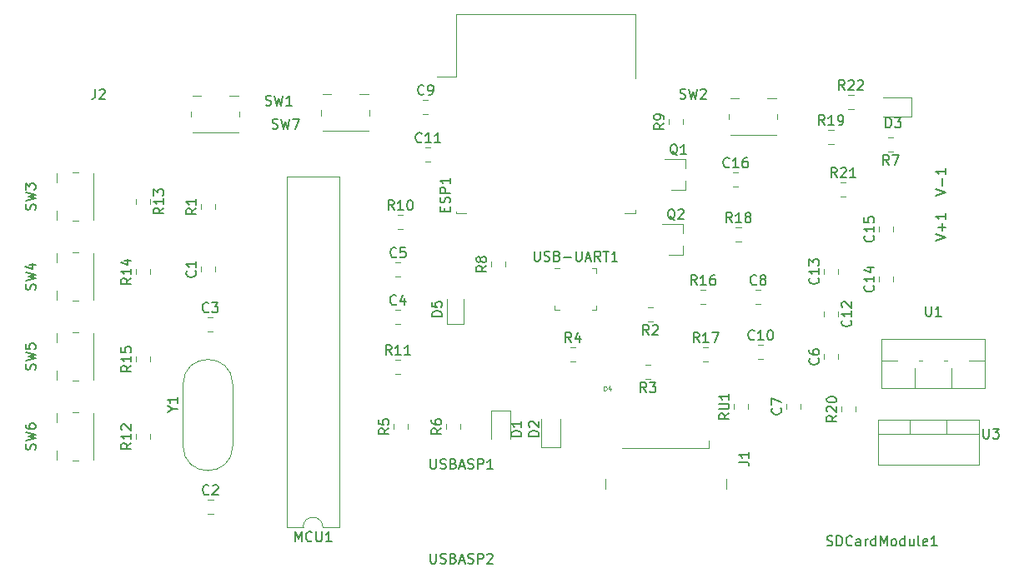
<source format=gto>
%TF.GenerationSoftware,KiCad,Pcbnew,(5.1.6)-1*%
%TF.CreationDate,2020-08-17T15:22:46+07:00*%
%TF.ProjectId,desain150820,64657361-696e-4313-9530-3832302e6b69,v01*%
%TF.SameCoordinates,Original*%
%TF.FileFunction,Legend,Top*%
%TF.FilePolarity,Positive*%
%FSLAX46Y46*%
G04 Gerber Fmt 4.6, Leading zero omitted, Abs format (unit mm)*
G04 Created by KiCad (PCBNEW (5.1.6)-1) date 2020-08-17 15:22:46*
%MOMM*%
%LPD*%
G01*
G04 APERTURE LIST*
%ADD10C,0.100000*%
%ADD11C,0.120000*%
%ADD12C,0.150000*%
%ADD13C,0.015000*%
G04 APERTURE END LIST*
D10*
%TO.C,ESP1*%
X138200000Y-62188000D02*
X136320000Y-62188000D01*
X138200000Y-55868000D02*
X138200000Y-62188000D01*
X156440000Y-55868000D02*
X156440000Y-62388000D01*
X138200000Y-55868000D02*
X156440000Y-55868000D01*
X155320000Y-76108000D02*
X156440000Y-76108000D01*
X156440000Y-75788000D02*
X156440000Y-76088000D01*
X138200000Y-76108000D02*
X139220000Y-76108000D01*
X138200000Y-75888000D02*
X138200000Y-76108000D01*
D11*
%TO.C,R22*%
X178055748Y-64060000D02*
X178578252Y-64060000D01*
X178055748Y-65480000D02*
X178578252Y-65480000D01*
%TO.C,R21*%
X177275748Y-72950000D02*
X177798252Y-72950000D01*
X177275748Y-74370000D02*
X177798252Y-74370000D01*
%TO.C,R20*%
X177344000Y-96282252D02*
X177344000Y-95759748D01*
X178764000Y-96282252D02*
X178764000Y-95759748D01*
%TO.C,MCU1*%
X124698000Y-108010000D02*
X126348000Y-108010000D01*
X126348000Y-108010000D02*
X126348000Y-72330000D01*
X126348000Y-72330000D02*
X121048000Y-72330000D01*
X121048000Y-72330000D02*
X121048000Y-108010000D01*
X121048000Y-108010000D02*
X122698000Y-108010000D01*
X122698000Y-108010000D02*
G75*
G02*
X124698000Y-108010000I1000000J0D01*
G01*
%TO.C,Y1*%
X110505000Y-99735000D02*
X110505000Y-93485000D01*
X115555000Y-99735000D02*
X115555000Y-93485000D01*
X115555000Y-99735000D02*
G75*
G02*
X110505000Y-99735000I-2525000J0D01*
G01*
X115555000Y-93485000D02*
G75*
G03*
X110505000Y-93485000I-2525000J0D01*
G01*
%TO.C,U3*%
X188033000Y-97060000D02*
X188033000Y-98570000D01*
X184332000Y-97060000D02*
X184332000Y-98570000D01*
X181062000Y-98570000D02*
X191302000Y-98570000D01*
X191302000Y-97060000D02*
X191302000Y-101701000D01*
X181062000Y-97060000D02*
X181062000Y-101701000D01*
X181062000Y-101701000D02*
X191302000Y-101701000D01*
X181062000Y-97060000D02*
X191302000Y-97060000D01*
%TO.C,SW7*%
X125575000Y-64024000D02*
X124650000Y-64024000D01*
X129450000Y-66149000D02*
X129450000Y-65599000D01*
X124550000Y-66149000D02*
X124550000Y-65599000D01*
X129350000Y-67724000D02*
X124650000Y-67724000D01*
X129350000Y-64024000D02*
X128425000Y-64024000D01*
%TO.C,R19*%
X176023748Y-69036000D02*
X176546252Y-69036000D01*
X176023748Y-67616000D02*
X176546252Y-67616000D01*
%TO.C,R18*%
X166625748Y-78942000D02*
X167148252Y-78942000D01*
X166625748Y-77522000D02*
X167148252Y-77522000D01*
%TO.C,Q2*%
X161304000Y-80320000D02*
X159844000Y-80320000D01*
X161304000Y-77160000D02*
X159144000Y-77160000D01*
X161304000Y-77160000D02*
X161304000Y-78090000D01*
X161304000Y-80320000D02*
X161304000Y-79390000D01*
%TO.C,Q1*%
X161558000Y-73716000D02*
X160098000Y-73716000D01*
X161558000Y-70556000D02*
X159398000Y-70556000D01*
X161558000Y-70556000D02*
X161558000Y-71486000D01*
X161558000Y-73716000D02*
X161558000Y-72786000D01*
%TO.C,C16*%
X166353748Y-73354000D02*
X166876252Y-73354000D01*
X166353748Y-71934000D02*
X166876252Y-71934000D01*
%TO.C,C1*%
X113740000Y-82058252D02*
X113740000Y-81535748D01*
X112320000Y-82058252D02*
X112320000Y-81535748D01*
%TO.C,C2*%
X113031748Y-106628000D02*
X113554252Y-106628000D01*
X113031748Y-105208000D02*
X113554252Y-105208000D01*
%TO.C,C3*%
X113013748Y-86666000D02*
X113536252Y-86666000D01*
X113013748Y-88086000D02*
X113536252Y-88086000D01*
%TO.C,C4*%
X132063748Y-85904000D02*
X132586252Y-85904000D01*
X132063748Y-87324000D02*
X132586252Y-87324000D01*
%TO.C,C5*%
X132072748Y-81078000D02*
X132595252Y-81078000D01*
X132072748Y-82498000D02*
X132595252Y-82498000D01*
%TO.C,C6*%
X175566000Y-90948252D02*
X175566000Y-90425748D01*
X176986000Y-90948252D02*
X176986000Y-90425748D01*
%TO.C,C7*%
X173176000Y-96019252D02*
X173176000Y-95496748D01*
X171756000Y-96019252D02*
X171756000Y-95496748D01*
%TO.C,C8*%
X168639748Y-85292000D02*
X169162252Y-85292000D01*
X168639748Y-83872000D02*
X169162252Y-83872000D01*
%TO.C,C9*%
X134866748Y-65979000D02*
X135389252Y-65979000D01*
X134866748Y-64559000D02*
X135389252Y-64559000D01*
%TO.C,C10*%
X168893748Y-89460000D02*
X169416252Y-89460000D01*
X168893748Y-90880000D02*
X169416252Y-90880000D01*
%TO.C,C11*%
X135120748Y-69403000D02*
X135643252Y-69403000D01*
X135120748Y-70823000D02*
X135643252Y-70823000D01*
%TO.C,C12*%
X175566000Y-86089748D02*
X175566000Y-86612252D01*
X176986000Y-86089748D02*
X176986000Y-86612252D01*
%TO.C,C13*%
X175566000Y-82294252D02*
X175566000Y-81771748D01*
X176986000Y-82294252D02*
X176986000Y-81771748D01*
%TO.C,C14*%
X181154000Y-83065252D02*
X181154000Y-82542748D01*
X182574000Y-83065252D02*
X182574000Y-82542748D01*
%TO.C,C15*%
X182574000Y-77994252D02*
X182574000Y-77471748D01*
X181154000Y-77994252D02*
X181154000Y-77471748D01*
%TO.C,D1*%
X141788000Y-96184000D02*
X141788000Y-99044000D01*
X143708000Y-96184000D02*
X141788000Y-96184000D01*
X143708000Y-99044000D02*
X143708000Y-96184000D01*
%TO.C,D2*%
X146868000Y-97035000D02*
X146868000Y-99895000D01*
X146868000Y-99895000D02*
X148788000Y-99895000D01*
X148788000Y-99895000D02*
X148788000Y-97035000D01*
%TO.C,D3*%
X181617000Y-66238000D02*
X184477000Y-66238000D01*
X184477000Y-66238000D02*
X184477000Y-64318000D01*
X184477000Y-64318000D02*
X181617000Y-64318000D01*
%TO.C,D5*%
X137326000Y-87352000D02*
X139026000Y-87352000D01*
X139026000Y-87352000D02*
X139026000Y-84802000D01*
X137326000Y-87352000D02*
X137326000Y-84802000D01*
%TO.C,J1*%
X163912000Y-99930000D02*
X155112000Y-99930000D01*
X165657000Y-103100000D02*
X165657000Y-104150000D01*
X153367000Y-103100000D02*
X153367000Y-104150000D01*
X163912000Y-99930000D02*
X163912000Y-99175000D01*
%TO.C,R1*%
X113740000Y-75708252D02*
X113740000Y-75185748D01*
X112320000Y-75708252D02*
X112320000Y-75185748D01*
%TO.C,R2*%
X158240252Y-85650000D02*
X157717748Y-85650000D01*
X158240252Y-87070000D02*
X157717748Y-87070000D01*
%TO.C,R3*%
X157986252Y-92912000D02*
X157463748Y-92912000D01*
X157986252Y-91492000D02*
X157463748Y-91492000D01*
%TO.C,R4*%
X149843748Y-89714000D02*
X150366252Y-89714000D01*
X149843748Y-91134000D02*
X150366252Y-91134000D01*
%TO.C,R5*%
X133298000Y-98060252D02*
X133298000Y-97537748D01*
X131878000Y-98060252D02*
X131878000Y-97537748D01*
%TO.C,R6*%
X137212000Y-98060252D02*
X137212000Y-97537748D01*
X138632000Y-98060252D02*
X138632000Y-97537748D01*
%TO.C,R7*%
X182624252Y-69798000D02*
X182101748Y-69798000D01*
X182624252Y-68378000D02*
X182101748Y-68378000D01*
%TO.C,R8*%
X143204000Y-81541252D02*
X143204000Y-81018748D01*
X141784000Y-81541252D02*
X141784000Y-81018748D01*
%TO.C,R9*%
X161238000Y-67072252D02*
X161238000Y-66549748D01*
X159818000Y-67072252D02*
X159818000Y-66549748D01*
%TO.C,R10*%
X132317748Y-76252000D02*
X132840252Y-76252000D01*
X132317748Y-77672000D02*
X132840252Y-77672000D01*
%TO.C,R11*%
X132063748Y-90984000D02*
X132586252Y-90984000D01*
X132063748Y-92404000D02*
X132586252Y-92404000D01*
%TO.C,R12*%
X107136000Y-99076252D02*
X107136000Y-98553748D01*
X105716000Y-99076252D02*
X105716000Y-98553748D01*
%TO.C,R13*%
X107136000Y-74659748D02*
X107136000Y-75182252D01*
X105716000Y-74659748D02*
X105716000Y-75182252D01*
%TO.C,R14*%
X107136000Y-82312252D02*
X107136000Y-81789748D01*
X105716000Y-82312252D02*
X105716000Y-81789748D01*
%TO.C,R15*%
X105716000Y-91202252D02*
X105716000Y-90679748D01*
X107136000Y-91202252D02*
X107136000Y-90679748D01*
%TO.C,R16*%
X163051748Y-85292000D02*
X163574252Y-85292000D01*
X163051748Y-83872000D02*
X163574252Y-83872000D01*
%TO.C,R17*%
X163305748Y-89714000D02*
X163828252Y-89714000D01*
X163305748Y-91134000D02*
X163828252Y-91134000D01*
%TO.C,RU1*%
X167842000Y-96019252D02*
X167842000Y-95496748D01*
X166422000Y-96019252D02*
X166422000Y-95496748D01*
%TO.C,SW1*%
X116142000Y-64190000D02*
X115217000Y-64190000D01*
X116142000Y-67890000D02*
X111442000Y-67890000D01*
X111342000Y-66315000D02*
X111342000Y-65765000D01*
X116242000Y-66315000D02*
X116242000Y-65765000D01*
X112367000Y-64190000D02*
X111442000Y-64190000D01*
%TO.C,SW2*%
X166977000Y-64444000D02*
X166052000Y-64444000D01*
X170852000Y-66569000D02*
X170852000Y-66019000D01*
X165952000Y-66569000D02*
X165952000Y-66019000D01*
X170752000Y-68144000D02*
X166052000Y-68144000D01*
X170752000Y-64444000D02*
X169827000Y-64444000D01*
%TO.C,SW3*%
X97718000Y-72072000D02*
X97718000Y-72997000D01*
X101418000Y-72072000D02*
X101418000Y-76772000D01*
X99843000Y-76872000D02*
X99293000Y-76872000D01*
X99843000Y-71972000D02*
X99293000Y-71972000D01*
X97718000Y-75847000D02*
X97718000Y-76772000D01*
%TO.C,SW4*%
X97718000Y-83975000D02*
X97718000Y-84900000D01*
X99843000Y-80100000D02*
X99293000Y-80100000D01*
X99843000Y-85000000D02*
X99293000Y-85000000D01*
X101418000Y-80200000D02*
X101418000Y-84900000D01*
X97718000Y-80200000D02*
X97718000Y-81125000D01*
%TO.C,SW5*%
X97718000Y-88328000D02*
X97718000Y-89253000D01*
X101418000Y-88328000D02*
X101418000Y-93028000D01*
X99843000Y-93128000D02*
X99293000Y-93128000D01*
X99843000Y-88228000D02*
X99293000Y-88228000D01*
X97718000Y-92103000D02*
X97718000Y-93028000D01*
%TO.C,SW6*%
X97718000Y-100231000D02*
X97718000Y-101156000D01*
X99843000Y-96356000D02*
X99293000Y-96356000D01*
X99843000Y-101256000D02*
X99293000Y-101256000D01*
X101418000Y-96456000D02*
X101418000Y-101156000D01*
X97718000Y-96456000D02*
X97718000Y-97381000D01*
%TO.C,U1*%
X191940000Y-93846000D02*
X181440000Y-93846000D01*
X191940000Y-88905000D02*
X181440000Y-88905000D01*
X191940000Y-93846000D02*
X191940000Y-88905000D01*
X181440000Y-93846000D02*
X181440000Y-88905000D01*
X191940000Y-91086000D02*
X190333000Y-91086000D01*
X188127000Y-91086000D02*
X187792000Y-91086000D01*
X185587000Y-91086000D02*
X185252000Y-91086000D01*
X183047000Y-91086000D02*
X181440000Y-91086000D01*
X188540000Y-93846000D02*
X188540000Y-91828000D01*
X184839000Y-93846000D02*
X184839000Y-91828000D01*
%TO.C,USB-UART1*%
X152003000Y-81710000D02*
X152478000Y-81710000D01*
X152478000Y-81710000D02*
X152478000Y-82185000D01*
X148733000Y-85930000D02*
X148258000Y-85930000D01*
X148258000Y-85930000D02*
X148258000Y-85455000D01*
X152003000Y-85930000D02*
X152478000Y-85930000D01*
X152478000Y-85930000D02*
X152478000Y-85455000D01*
X148733000Y-81710000D02*
X148258000Y-81710000D01*
%TO.C,J2*%
D12*
X101586666Y-63492380D02*
X101586666Y-64206666D01*
X101539047Y-64349523D01*
X101443809Y-64444761D01*
X101300952Y-64492380D01*
X101205714Y-64492380D01*
X102015238Y-63587619D02*
X102062857Y-63540000D01*
X102158095Y-63492380D01*
X102396190Y-63492380D01*
X102491428Y-63540000D01*
X102539047Y-63587619D01*
X102586666Y-63682857D01*
X102586666Y-63778095D01*
X102539047Y-63920952D01*
X101967619Y-64492380D01*
X102586666Y-64492380D01*
%TO.C,ESP1*%
X137078571Y-75884666D02*
X137078571Y-75551333D01*
X137602380Y-75408476D02*
X137602380Y-75884666D01*
X136602380Y-75884666D01*
X136602380Y-75408476D01*
X137554761Y-75027523D02*
X137602380Y-74884666D01*
X137602380Y-74646571D01*
X137554761Y-74551333D01*
X137507142Y-74503714D01*
X137411904Y-74456095D01*
X137316666Y-74456095D01*
X137221428Y-74503714D01*
X137173809Y-74551333D01*
X137126190Y-74646571D01*
X137078571Y-74837047D01*
X137030952Y-74932285D01*
X136983333Y-74979904D01*
X136888095Y-75027523D01*
X136792857Y-75027523D01*
X136697619Y-74979904D01*
X136650000Y-74932285D01*
X136602380Y-74837047D01*
X136602380Y-74598952D01*
X136650000Y-74456095D01*
X137602380Y-74027523D02*
X136602380Y-74027523D01*
X136602380Y-73646571D01*
X136650000Y-73551333D01*
X136697619Y-73503714D01*
X136792857Y-73456095D01*
X136935714Y-73456095D01*
X137030952Y-73503714D01*
X137078571Y-73551333D01*
X137126190Y-73646571D01*
X137126190Y-74027523D01*
X137602380Y-72503714D02*
X137602380Y-73075142D01*
X137602380Y-72789428D02*
X136602380Y-72789428D01*
X136745238Y-72884666D01*
X136840476Y-72979904D01*
X136888095Y-73075142D01*
%TO.C,D4*%
D13*
X153248474Y-94153675D02*
X153248474Y-93673130D01*
X153362889Y-93673130D01*
X153431538Y-93696013D01*
X153477304Y-93741779D01*
X153500188Y-93787545D01*
X153523071Y-93879078D01*
X153523071Y-93947727D01*
X153500188Y-94039259D01*
X153477304Y-94085026D01*
X153431538Y-94130792D01*
X153362889Y-94153675D01*
X153248474Y-94153675D01*
X153934966Y-93833312D02*
X153934966Y-94153675D01*
X153820551Y-93650247D02*
X153706135Y-93993493D01*
X154003616Y-93993493D01*
%TO.C,R22*%
D12*
X177674142Y-63572380D02*
X177340809Y-63096190D01*
X177102714Y-63572380D02*
X177102714Y-62572380D01*
X177483666Y-62572380D01*
X177578904Y-62620000D01*
X177626523Y-62667619D01*
X177674142Y-62762857D01*
X177674142Y-62905714D01*
X177626523Y-63000952D01*
X177578904Y-63048571D01*
X177483666Y-63096190D01*
X177102714Y-63096190D01*
X178055095Y-62667619D02*
X178102714Y-62620000D01*
X178197952Y-62572380D01*
X178436047Y-62572380D01*
X178531285Y-62620000D01*
X178578904Y-62667619D01*
X178626523Y-62762857D01*
X178626523Y-62858095D01*
X178578904Y-63000952D01*
X178007476Y-63572380D01*
X178626523Y-63572380D01*
X179007476Y-62667619D02*
X179055095Y-62620000D01*
X179150333Y-62572380D01*
X179388428Y-62572380D01*
X179483666Y-62620000D01*
X179531285Y-62667619D01*
X179578904Y-62762857D01*
X179578904Y-62858095D01*
X179531285Y-63000952D01*
X178959857Y-63572380D01*
X179578904Y-63572380D01*
%TO.C,R21*%
X176894142Y-72462380D02*
X176560809Y-71986190D01*
X176322714Y-72462380D02*
X176322714Y-71462380D01*
X176703666Y-71462380D01*
X176798904Y-71510000D01*
X176846523Y-71557619D01*
X176894142Y-71652857D01*
X176894142Y-71795714D01*
X176846523Y-71890952D01*
X176798904Y-71938571D01*
X176703666Y-71986190D01*
X176322714Y-71986190D01*
X177275095Y-71557619D02*
X177322714Y-71510000D01*
X177417952Y-71462380D01*
X177656047Y-71462380D01*
X177751285Y-71510000D01*
X177798904Y-71557619D01*
X177846523Y-71652857D01*
X177846523Y-71748095D01*
X177798904Y-71890952D01*
X177227476Y-72462380D01*
X177846523Y-72462380D01*
X178798904Y-72462380D02*
X178227476Y-72462380D01*
X178513190Y-72462380D02*
X178513190Y-71462380D01*
X178417952Y-71605238D01*
X178322714Y-71700476D01*
X178227476Y-71748095D01*
%TO.C,R20*%
X176856380Y-96663857D02*
X176380190Y-96997190D01*
X176856380Y-97235285D02*
X175856380Y-97235285D01*
X175856380Y-96854333D01*
X175904000Y-96759095D01*
X175951619Y-96711476D01*
X176046857Y-96663857D01*
X176189714Y-96663857D01*
X176284952Y-96711476D01*
X176332571Y-96759095D01*
X176380190Y-96854333D01*
X176380190Y-97235285D01*
X175951619Y-96282904D02*
X175904000Y-96235285D01*
X175856380Y-96140047D01*
X175856380Y-95901952D01*
X175904000Y-95806714D01*
X175951619Y-95759095D01*
X176046857Y-95711476D01*
X176142095Y-95711476D01*
X176284952Y-95759095D01*
X176856380Y-96330523D01*
X176856380Y-95711476D01*
X175856380Y-95092428D02*
X175856380Y-94997190D01*
X175904000Y-94901952D01*
X175951619Y-94854333D01*
X176046857Y-94806714D01*
X176237333Y-94759095D01*
X176475428Y-94759095D01*
X176665904Y-94806714D01*
X176761142Y-94854333D01*
X176808761Y-94901952D01*
X176856380Y-94997190D01*
X176856380Y-95092428D01*
X176808761Y-95187666D01*
X176761142Y-95235285D01*
X176665904Y-95282904D01*
X176475428Y-95330523D01*
X176237333Y-95330523D01*
X176046857Y-95282904D01*
X175951619Y-95235285D01*
X175904000Y-95187666D01*
X175856380Y-95092428D01*
%TO.C,MCU1*%
X121864666Y-109462380D02*
X121864666Y-108462380D01*
X122198000Y-109176666D01*
X122531333Y-108462380D01*
X122531333Y-109462380D01*
X123578952Y-109367142D02*
X123531333Y-109414761D01*
X123388476Y-109462380D01*
X123293238Y-109462380D01*
X123150380Y-109414761D01*
X123055142Y-109319523D01*
X123007523Y-109224285D01*
X122959904Y-109033809D01*
X122959904Y-108890952D01*
X123007523Y-108700476D01*
X123055142Y-108605238D01*
X123150380Y-108510000D01*
X123293238Y-108462380D01*
X123388476Y-108462380D01*
X123531333Y-108510000D01*
X123578952Y-108557619D01*
X124007523Y-108462380D02*
X124007523Y-109271904D01*
X124055142Y-109367142D01*
X124102761Y-109414761D01*
X124198000Y-109462380D01*
X124388476Y-109462380D01*
X124483714Y-109414761D01*
X124531333Y-109367142D01*
X124578952Y-109271904D01*
X124578952Y-108462380D01*
X125578952Y-109462380D02*
X125007523Y-109462380D01*
X125293238Y-109462380D02*
X125293238Y-108462380D01*
X125198000Y-108605238D01*
X125102761Y-108700476D01*
X125007523Y-108748095D01*
%TO.C,Y1*%
X109450190Y-95980190D02*
X109926380Y-95980190D01*
X108926380Y-96313523D02*
X109450190Y-95980190D01*
X108926380Y-95646857D01*
X109926380Y-94789714D02*
X109926380Y-95361142D01*
X109926380Y-95075428D02*
X108926380Y-95075428D01*
X109069238Y-95170666D01*
X109164476Y-95265904D01*
X109212095Y-95361142D01*
%TO.C,U3*%
X191770095Y-98004380D02*
X191770095Y-98813904D01*
X191817714Y-98909142D01*
X191865333Y-98956761D01*
X191960571Y-99004380D01*
X192151047Y-99004380D01*
X192246285Y-98956761D01*
X192293904Y-98909142D01*
X192341523Y-98813904D01*
X192341523Y-98004380D01*
X192722476Y-98004380D02*
X193341523Y-98004380D01*
X193008190Y-98385333D01*
X193151047Y-98385333D01*
X193246285Y-98432952D01*
X193293904Y-98480571D01*
X193341523Y-98575809D01*
X193341523Y-98813904D01*
X193293904Y-98909142D01*
X193246285Y-98956761D01*
X193151047Y-99004380D01*
X192865333Y-99004380D01*
X192770095Y-98956761D01*
X192722476Y-98909142D01*
%TO.C,SW7*%
X119570666Y-67460761D02*
X119713523Y-67508380D01*
X119951619Y-67508380D01*
X120046857Y-67460761D01*
X120094476Y-67413142D01*
X120142095Y-67317904D01*
X120142095Y-67222666D01*
X120094476Y-67127428D01*
X120046857Y-67079809D01*
X119951619Y-67032190D01*
X119761142Y-66984571D01*
X119665904Y-66936952D01*
X119618285Y-66889333D01*
X119570666Y-66794095D01*
X119570666Y-66698857D01*
X119618285Y-66603619D01*
X119665904Y-66556000D01*
X119761142Y-66508380D01*
X119999238Y-66508380D01*
X120142095Y-66556000D01*
X120475428Y-66508380D02*
X120713523Y-67508380D01*
X120904000Y-66794095D01*
X121094476Y-67508380D01*
X121332571Y-66508380D01*
X121618285Y-66508380D02*
X122284952Y-66508380D01*
X121856380Y-67508380D01*
%TO.C,R19*%
X175642142Y-67128380D02*
X175308809Y-66652190D01*
X175070714Y-67128380D02*
X175070714Y-66128380D01*
X175451666Y-66128380D01*
X175546904Y-66176000D01*
X175594523Y-66223619D01*
X175642142Y-66318857D01*
X175642142Y-66461714D01*
X175594523Y-66556952D01*
X175546904Y-66604571D01*
X175451666Y-66652190D01*
X175070714Y-66652190D01*
X176594523Y-67128380D02*
X176023095Y-67128380D01*
X176308809Y-67128380D02*
X176308809Y-66128380D01*
X176213571Y-66271238D01*
X176118333Y-66366476D01*
X176023095Y-66414095D01*
X177070714Y-67128380D02*
X177261190Y-67128380D01*
X177356428Y-67080761D01*
X177404047Y-67033142D01*
X177499285Y-66890285D01*
X177546904Y-66699809D01*
X177546904Y-66318857D01*
X177499285Y-66223619D01*
X177451666Y-66176000D01*
X177356428Y-66128380D01*
X177165952Y-66128380D01*
X177070714Y-66176000D01*
X177023095Y-66223619D01*
X176975476Y-66318857D01*
X176975476Y-66556952D01*
X177023095Y-66652190D01*
X177070714Y-66699809D01*
X177165952Y-66747428D01*
X177356428Y-66747428D01*
X177451666Y-66699809D01*
X177499285Y-66652190D01*
X177546904Y-66556952D01*
%TO.C,R18*%
X166244142Y-77034380D02*
X165910809Y-76558190D01*
X165672714Y-77034380D02*
X165672714Y-76034380D01*
X166053666Y-76034380D01*
X166148904Y-76082000D01*
X166196523Y-76129619D01*
X166244142Y-76224857D01*
X166244142Y-76367714D01*
X166196523Y-76462952D01*
X166148904Y-76510571D01*
X166053666Y-76558190D01*
X165672714Y-76558190D01*
X167196523Y-77034380D02*
X166625095Y-77034380D01*
X166910809Y-77034380D02*
X166910809Y-76034380D01*
X166815571Y-76177238D01*
X166720333Y-76272476D01*
X166625095Y-76320095D01*
X167767952Y-76462952D02*
X167672714Y-76415333D01*
X167625095Y-76367714D01*
X167577476Y-76272476D01*
X167577476Y-76224857D01*
X167625095Y-76129619D01*
X167672714Y-76082000D01*
X167767952Y-76034380D01*
X167958428Y-76034380D01*
X168053666Y-76082000D01*
X168101285Y-76129619D01*
X168148904Y-76224857D01*
X168148904Y-76272476D01*
X168101285Y-76367714D01*
X168053666Y-76415333D01*
X167958428Y-76462952D01*
X167767952Y-76462952D01*
X167672714Y-76510571D01*
X167625095Y-76558190D01*
X167577476Y-76653428D01*
X167577476Y-76843904D01*
X167625095Y-76939142D01*
X167672714Y-76986761D01*
X167767952Y-77034380D01*
X167958428Y-77034380D01*
X168053666Y-76986761D01*
X168101285Y-76939142D01*
X168148904Y-76843904D01*
X168148904Y-76653428D01*
X168101285Y-76558190D01*
X168053666Y-76510571D01*
X167958428Y-76462952D01*
%TO.C,Q2*%
X160448761Y-76787619D02*
X160353523Y-76740000D01*
X160258285Y-76644761D01*
X160115428Y-76501904D01*
X160020190Y-76454285D01*
X159924952Y-76454285D01*
X159972571Y-76692380D02*
X159877333Y-76644761D01*
X159782095Y-76549523D01*
X159734476Y-76359047D01*
X159734476Y-76025714D01*
X159782095Y-75835238D01*
X159877333Y-75740000D01*
X159972571Y-75692380D01*
X160163047Y-75692380D01*
X160258285Y-75740000D01*
X160353523Y-75835238D01*
X160401142Y-76025714D01*
X160401142Y-76359047D01*
X160353523Y-76549523D01*
X160258285Y-76644761D01*
X160163047Y-76692380D01*
X159972571Y-76692380D01*
X160782095Y-75787619D02*
X160829714Y-75740000D01*
X160924952Y-75692380D01*
X161163047Y-75692380D01*
X161258285Y-75740000D01*
X161305904Y-75787619D01*
X161353523Y-75882857D01*
X161353523Y-75978095D01*
X161305904Y-76120952D01*
X160734476Y-76692380D01*
X161353523Y-76692380D01*
%TO.C,Q1*%
X160702761Y-70183619D02*
X160607523Y-70136000D01*
X160512285Y-70040761D01*
X160369428Y-69897904D01*
X160274190Y-69850285D01*
X160178952Y-69850285D01*
X160226571Y-70088380D02*
X160131333Y-70040761D01*
X160036095Y-69945523D01*
X159988476Y-69755047D01*
X159988476Y-69421714D01*
X160036095Y-69231238D01*
X160131333Y-69136000D01*
X160226571Y-69088380D01*
X160417047Y-69088380D01*
X160512285Y-69136000D01*
X160607523Y-69231238D01*
X160655142Y-69421714D01*
X160655142Y-69755047D01*
X160607523Y-69945523D01*
X160512285Y-70040761D01*
X160417047Y-70088380D01*
X160226571Y-70088380D01*
X161607523Y-70088380D02*
X161036095Y-70088380D01*
X161321809Y-70088380D02*
X161321809Y-69088380D01*
X161226571Y-69231238D01*
X161131333Y-69326476D01*
X161036095Y-69374095D01*
%TO.C,C16*%
X165972142Y-71351142D02*
X165924523Y-71398761D01*
X165781666Y-71446380D01*
X165686428Y-71446380D01*
X165543571Y-71398761D01*
X165448333Y-71303523D01*
X165400714Y-71208285D01*
X165353095Y-71017809D01*
X165353095Y-70874952D01*
X165400714Y-70684476D01*
X165448333Y-70589238D01*
X165543571Y-70494000D01*
X165686428Y-70446380D01*
X165781666Y-70446380D01*
X165924523Y-70494000D01*
X165972142Y-70541619D01*
X166924523Y-71446380D02*
X166353095Y-71446380D01*
X166638809Y-71446380D02*
X166638809Y-70446380D01*
X166543571Y-70589238D01*
X166448333Y-70684476D01*
X166353095Y-70732095D01*
X167781666Y-70446380D02*
X167591190Y-70446380D01*
X167495952Y-70494000D01*
X167448333Y-70541619D01*
X167353095Y-70684476D01*
X167305476Y-70874952D01*
X167305476Y-71255904D01*
X167353095Y-71351142D01*
X167400714Y-71398761D01*
X167495952Y-71446380D01*
X167686428Y-71446380D01*
X167781666Y-71398761D01*
X167829285Y-71351142D01*
X167876904Y-71255904D01*
X167876904Y-71017809D01*
X167829285Y-70922571D01*
X167781666Y-70874952D01*
X167686428Y-70827333D01*
X167495952Y-70827333D01*
X167400714Y-70874952D01*
X167353095Y-70922571D01*
X167305476Y-71017809D01*
%TO.C,C1*%
X111737142Y-81963666D02*
X111784761Y-82011285D01*
X111832380Y-82154142D01*
X111832380Y-82249380D01*
X111784761Y-82392238D01*
X111689523Y-82487476D01*
X111594285Y-82535095D01*
X111403809Y-82582714D01*
X111260952Y-82582714D01*
X111070476Y-82535095D01*
X110975238Y-82487476D01*
X110880000Y-82392238D01*
X110832380Y-82249380D01*
X110832380Y-82154142D01*
X110880000Y-82011285D01*
X110927619Y-81963666D01*
X111832380Y-81011285D02*
X111832380Y-81582714D01*
X111832380Y-81297000D02*
X110832380Y-81297000D01*
X110975238Y-81392238D01*
X111070476Y-81487476D01*
X111118095Y-81582714D01*
%TO.C,C2*%
X113126333Y-104625142D02*
X113078714Y-104672761D01*
X112935857Y-104720380D01*
X112840619Y-104720380D01*
X112697761Y-104672761D01*
X112602523Y-104577523D01*
X112554904Y-104482285D01*
X112507285Y-104291809D01*
X112507285Y-104148952D01*
X112554904Y-103958476D01*
X112602523Y-103863238D01*
X112697761Y-103768000D01*
X112840619Y-103720380D01*
X112935857Y-103720380D01*
X113078714Y-103768000D01*
X113126333Y-103815619D01*
X113507285Y-103815619D02*
X113554904Y-103768000D01*
X113650142Y-103720380D01*
X113888238Y-103720380D01*
X113983476Y-103768000D01*
X114031095Y-103815619D01*
X114078714Y-103910857D01*
X114078714Y-104006095D01*
X114031095Y-104148952D01*
X113459666Y-104720380D01*
X114078714Y-104720380D01*
%TO.C,C3*%
X113108333Y-86083142D02*
X113060714Y-86130761D01*
X112917857Y-86178380D01*
X112822619Y-86178380D01*
X112679761Y-86130761D01*
X112584523Y-86035523D01*
X112536904Y-85940285D01*
X112489285Y-85749809D01*
X112489285Y-85606952D01*
X112536904Y-85416476D01*
X112584523Y-85321238D01*
X112679761Y-85226000D01*
X112822619Y-85178380D01*
X112917857Y-85178380D01*
X113060714Y-85226000D01*
X113108333Y-85273619D01*
X113441666Y-85178380D02*
X114060714Y-85178380D01*
X113727380Y-85559333D01*
X113870238Y-85559333D01*
X113965476Y-85606952D01*
X114013095Y-85654571D01*
X114060714Y-85749809D01*
X114060714Y-85987904D01*
X114013095Y-86083142D01*
X113965476Y-86130761D01*
X113870238Y-86178380D01*
X113584523Y-86178380D01*
X113489285Y-86130761D01*
X113441666Y-86083142D01*
%TO.C,C4*%
X132158333Y-85321142D02*
X132110714Y-85368761D01*
X131967857Y-85416380D01*
X131872619Y-85416380D01*
X131729761Y-85368761D01*
X131634523Y-85273523D01*
X131586904Y-85178285D01*
X131539285Y-84987809D01*
X131539285Y-84844952D01*
X131586904Y-84654476D01*
X131634523Y-84559238D01*
X131729761Y-84464000D01*
X131872619Y-84416380D01*
X131967857Y-84416380D01*
X132110714Y-84464000D01*
X132158333Y-84511619D01*
X133015476Y-84749714D02*
X133015476Y-85416380D01*
X132777380Y-84368761D02*
X132539285Y-85083047D01*
X133158333Y-85083047D01*
%TO.C,C5*%
X132167333Y-80495142D02*
X132119714Y-80542761D01*
X131976857Y-80590380D01*
X131881619Y-80590380D01*
X131738761Y-80542761D01*
X131643523Y-80447523D01*
X131595904Y-80352285D01*
X131548285Y-80161809D01*
X131548285Y-80018952D01*
X131595904Y-79828476D01*
X131643523Y-79733238D01*
X131738761Y-79638000D01*
X131881619Y-79590380D01*
X131976857Y-79590380D01*
X132119714Y-79638000D01*
X132167333Y-79685619D01*
X133072095Y-79590380D02*
X132595904Y-79590380D01*
X132548285Y-80066571D01*
X132595904Y-80018952D01*
X132691142Y-79971333D01*
X132929238Y-79971333D01*
X133024476Y-80018952D01*
X133072095Y-80066571D01*
X133119714Y-80161809D01*
X133119714Y-80399904D01*
X133072095Y-80495142D01*
X133024476Y-80542761D01*
X132929238Y-80590380D01*
X132691142Y-80590380D01*
X132595904Y-80542761D01*
X132548285Y-80495142D01*
%TO.C,C6*%
X174983142Y-90853666D02*
X175030761Y-90901285D01*
X175078380Y-91044142D01*
X175078380Y-91139380D01*
X175030761Y-91282238D01*
X174935523Y-91377476D01*
X174840285Y-91425095D01*
X174649809Y-91472714D01*
X174506952Y-91472714D01*
X174316476Y-91425095D01*
X174221238Y-91377476D01*
X174126000Y-91282238D01*
X174078380Y-91139380D01*
X174078380Y-91044142D01*
X174126000Y-90901285D01*
X174173619Y-90853666D01*
X174078380Y-89996523D02*
X174078380Y-90187000D01*
X174126000Y-90282238D01*
X174173619Y-90329857D01*
X174316476Y-90425095D01*
X174506952Y-90472714D01*
X174887904Y-90472714D01*
X174983142Y-90425095D01*
X175030761Y-90377476D01*
X175078380Y-90282238D01*
X175078380Y-90091761D01*
X175030761Y-89996523D01*
X174983142Y-89948904D01*
X174887904Y-89901285D01*
X174649809Y-89901285D01*
X174554571Y-89948904D01*
X174506952Y-89996523D01*
X174459333Y-90091761D01*
X174459333Y-90282238D01*
X174506952Y-90377476D01*
X174554571Y-90425095D01*
X174649809Y-90472714D01*
%TO.C,C7*%
X171173142Y-95924666D02*
X171220761Y-95972285D01*
X171268380Y-96115142D01*
X171268380Y-96210380D01*
X171220761Y-96353238D01*
X171125523Y-96448476D01*
X171030285Y-96496095D01*
X170839809Y-96543714D01*
X170696952Y-96543714D01*
X170506476Y-96496095D01*
X170411238Y-96448476D01*
X170316000Y-96353238D01*
X170268380Y-96210380D01*
X170268380Y-96115142D01*
X170316000Y-95972285D01*
X170363619Y-95924666D01*
X170268380Y-95591333D02*
X170268380Y-94924666D01*
X171268380Y-95353238D01*
%TO.C,C8*%
X168734333Y-83289142D02*
X168686714Y-83336761D01*
X168543857Y-83384380D01*
X168448619Y-83384380D01*
X168305761Y-83336761D01*
X168210523Y-83241523D01*
X168162904Y-83146285D01*
X168115285Y-82955809D01*
X168115285Y-82812952D01*
X168162904Y-82622476D01*
X168210523Y-82527238D01*
X168305761Y-82432000D01*
X168448619Y-82384380D01*
X168543857Y-82384380D01*
X168686714Y-82432000D01*
X168734333Y-82479619D01*
X169305761Y-82812952D02*
X169210523Y-82765333D01*
X169162904Y-82717714D01*
X169115285Y-82622476D01*
X169115285Y-82574857D01*
X169162904Y-82479619D01*
X169210523Y-82432000D01*
X169305761Y-82384380D01*
X169496238Y-82384380D01*
X169591476Y-82432000D01*
X169639095Y-82479619D01*
X169686714Y-82574857D01*
X169686714Y-82622476D01*
X169639095Y-82717714D01*
X169591476Y-82765333D01*
X169496238Y-82812952D01*
X169305761Y-82812952D01*
X169210523Y-82860571D01*
X169162904Y-82908190D01*
X169115285Y-83003428D01*
X169115285Y-83193904D01*
X169162904Y-83289142D01*
X169210523Y-83336761D01*
X169305761Y-83384380D01*
X169496238Y-83384380D01*
X169591476Y-83336761D01*
X169639095Y-83289142D01*
X169686714Y-83193904D01*
X169686714Y-83003428D01*
X169639095Y-82908190D01*
X169591476Y-82860571D01*
X169496238Y-82812952D01*
%TO.C,C9*%
X134961333Y-63976142D02*
X134913714Y-64023761D01*
X134770857Y-64071380D01*
X134675619Y-64071380D01*
X134532761Y-64023761D01*
X134437523Y-63928523D01*
X134389904Y-63833285D01*
X134342285Y-63642809D01*
X134342285Y-63499952D01*
X134389904Y-63309476D01*
X134437523Y-63214238D01*
X134532761Y-63119000D01*
X134675619Y-63071380D01*
X134770857Y-63071380D01*
X134913714Y-63119000D01*
X134961333Y-63166619D01*
X135437523Y-64071380D02*
X135628000Y-64071380D01*
X135723238Y-64023761D01*
X135770857Y-63976142D01*
X135866095Y-63833285D01*
X135913714Y-63642809D01*
X135913714Y-63261857D01*
X135866095Y-63166619D01*
X135818476Y-63119000D01*
X135723238Y-63071380D01*
X135532761Y-63071380D01*
X135437523Y-63119000D01*
X135389904Y-63166619D01*
X135342285Y-63261857D01*
X135342285Y-63499952D01*
X135389904Y-63595190D01*
X135437523Y-63642809D01*
X135532761Y-63690428D01*
X135723238Y-63690428D01*
X135818476Y-63642809D01*
X135866095Y-63595190D01*
X135913714Y-63499952D01*
%TO.C,C10*%
X168512142Y-88877142D02*
X168464523Y-88924761D01*
X168321666Y-88972380D01*
X168226428Y-88972380D01*
X168083571Y-88924761D01*
X167988333Y-88829523D01*
X167940714Y-88734285D01*
X167893095Y-88543809D01*
X167893095Y-88400952D01*
X167940714Y-88210476D01*
X167988333Y-88115238D01*
X168083571Y-88020000D01*
X168226428Y-87972380D01*
X168321666Y-87972380D01*
X168464523Y-88020000D01*
X168512142Y-88067619D01*
X169464523Y-88972380D02*
X168893095Y-88972380D01*
X169178809Y-88972380D02*
X169178809Y-87972380D01*
X169083571Y-88115238D01*
X168988333Y-88210476D01*
X168893095Y-88258095D01*
X170083571Y-87972380D02*
X170178809Y-87972380D01*
X170274047Y-88020000D01*
X170321666Y-88067619D01*
X170369285Y-88162857D01*
X170416904Y-88353333D01*
X170416904Y-88591428D01*
X170369285Y-88781904D01*
X170321666Y-88877142D01*
X170274047Y-88924761D01*
X170178809Y-88972380D01*
X170083571Y-88972380D01*
X169988333Y-88924761D01*
X169940714Y-88877142D01*
X169893095Y-88781904D01*
X169845476Y-88591428D01*
X169845476Y-88353333D01*
X169893095Y-88162857D01*
X169940714Y-88067619D01*
X169988333Y-88020000D01*
X170083571Y-87972380D01*
%TO.C,C11*%
X134739142Y-68820142D02*
X134691523Y-68867761D01*
X134548666Y-68915380D01*
X134453428Y-68915380D01*
X134310571Y-68867761D01*
X134215333Y-68772523D01*
X134167714Y-68677285D01*
X134120095Y-68486809D01*
X134120095Y-68343952D01*
X134167714Y-68153476D01*
X134215333Y-68058238D01*
X134310571Y-67963000D01*
X134453428Y-67915380D01*
X134548666Y-67915380D01*
X134691523Y-67963000D01*
X134739142Y-68010619D01*
X135691523Y-68915380D02*
X135120095Y-68915380D01*
X135405809Y-68915380D02*
X135405809Y-67915380D01*
X135310571Y-68058238D01*
X135215333Y-68153476D01*
X135120095Y-68201095D01*
X136643904Y-68915380D02*
X136072476Y-68915380D01*
X136358190Y-68915380D02*
X136358190Y-67915380D01*
X136262952Y-68058238D01*
X136167714Y-68153476D01*
X136072476Y-68201095D01*
%TO.C,C12*%
X178283142Y-86993857D02*
X178330761Y-87041476D01*
X178378380Y-87184333D01*
X178378380Y-87279571D01*
X178330761Y-87422428D01*
X178235523Y-87517666D01*
X178140285Y-87565285D01*
X177949809Y-87612904D01*
X177806952Y-87612904D01*
X177616476Y-87565285D01*
X177521238Y-87517666D01*
X177426000Y-87422428D01*
X177378380Y-87279571D01*
X177378380Y-87184333D01*
X177426000Y-87041476D01*
X177473619Y-86993857D01*
X178378380Y-86041476D02*
X178378380Y-86612904D01*
X178378380Y-86327190D02*
X177378380Y-86327190D01*
X177521238Y-86422428D01*
X177616476Y-86517666D01*
X177664095Y-86612904D01*
X177473619Y-85660523D02*
X177426000Y-85612904D01*
X177378380Y-85517666D01*
X177378380Y-85279571D01*
X177426000Y-85184333D01*
X177473619Y-85136714D01*
X177568857Y-85089095D01*
X177664095Y-85089095D01*
X177806952Y-85136714D01*
X178378380Y-85708142D01*
X178378380Y-85089095D01*
%TO.C,C13*%
X174983142Y-82675857D02*
X175030761Y-82723476D01*
X175078380Y-82866333D01*
X175078380Y-82961571D01*
X175030761Y-83104428D01*
X174935523Y-83199666D01*
X174840285Y-83247285D01*
X174649809Y-83294904D01*
X174506952Y-83294904D01*
X174316476Y-83247285D01*
X174221238Y-83199666D01*
X174126000Y-83104428D01*
X174078380Y-82961571D01*
X174078380Y-82866333D01*
X174126000Y-82723476D01*
X174173619Y-82675857D01*
X175078380Y-81723476D02*
X175078380Y-82294904D01*
X175078380Y-82009190D02*
X174078380Y-82009190D01*
X174221238Y-82104428D01*
X174316476Y-82199666D01*
X174364095Y-82294904D01*
X174078380Y-81390142D02*
X174078380Y-80771095D01*
X174459333Y-81104428D01*
X174459333Y-80961571D01*
X174506952Y-80866333D01*
X174554571Y-80818714D01*
X174649809Y-80771095D01*
X174887904Y-80771095D01*
X174983142Y-80818714D01*
X175030761Y-80866333D01*
X175078380Y-80961571D01*
X175078380Y-81247285D01*
X175030761Y-81342523D01*
X174983142Y-81390142D01*
%TO.C,C14*%
X180571142Y-83446857D02*
X180618761Y-83494476D01*
X180666380Y-83637333D01*
X180666380Y-83732571D01*
X180618761Y-83875428D01*
X180523523Y-83970666D01*
X180428285Y-84018285D01*
X180237809Y-84065904D01*
X180094952Y-84065904D01*
X179904476Y-84018285D01*
X179809238Y-83970666D01*
X179714000Y-83875428D01*
X179666380Y-83732571D01*
X179666380Y-83637333D01*
X179714000Y-83494476D01*
X179761619Y-83446857D01*
X180666380Y-82494476D02*
X180666380Y-83065904D01*
X180666380Y-82780190D02*
X179666380Y-82780190D01*
X179809238Y-82875428D01*
X179904476Y-82970666D01*
X179952095Y-83065904D01*
X179999714Y-81637333D02*
X180666380Y-81637333D01*
X179618761Y-81875428D02*
X180333047Y-82113523D01*
X180333047Y-81494476D01*
%TO.C,C15*%
X180571142Y-78375857D02*
X180618761Y-78423476D01*
X180666380Y-78566333D01*
X180666380Y-78661571D01*
X180618761Y-78804428D01*
X180523523Y-78899666D01*
X180428285Y-78947285D01*
X180237809Y-78994904D01*
X180094952Y-78994904D01*
X179904476Y-78947285D01*
X179809238Y-78899666D01*
X179714000Y-78804428D01*
X179666380Y-78661571D01*
X179666380Y-78566333D01*
X179714000Y-78423476D01*
X179761619Y-78375857D01*
X180666380Y-77423476D02*
X180666380Y-77994904D01*
X180666380Y-77709190D02*
X179666380Y-77709190D01*
X179809238Y-77804428D01*
X179904476Y-77899666D01*
X179952095Y-77994904D01*
X179666380Y-76518714D02*
X179666380Y-76994904D01*
X180142571Y-77042523D01*
X180094952Y-76994904D01*
X180047333Y-76899666D01*
X180047333Y-76661571D01*
X180094952Y-76566333D01*
X180142571Y-76518714D01*
X180237809Y-76471095D01*
X180475904Y-76471095D01*
X180571142Y-76518714D01*
X180618761Y-76566333D01*
X180666380Y-76661571D01*
X180666380Y-76899666D01*
X180618761Y-76994904D01*
X180571142Y-77042523D01*
%TO.C,D1*%
X144850380Y-98782095D02*
X143850380Y-98782095D01*
X143850380Y-98544000D01*
X143898000Y-98401142D01*
X143993238Y-98305904D01*
X144088476Y-98258285D01*
X144278952Y-98210666D01*
X144421809Y-98210666D01*
X144612285Y-98258285D01*
X144707523Y-98305904D01*
X144802761Y-98401142D01*
X144850380Y-98544000D01*
X144850380Y-98782095D01*
X144850380Y-97258285D02*
X144850380Y-97829714D01*
X144850380Y-97544000D02*
X143850380Y-97544000D01*
X143993238Y-97639238D01*
X144088476Y-97734476D01*
X144136095Y-97829714D01*
%TO.C,D2*%
X146630380Y-98773095D02*
X145630380Y-98773095D01*
X145630380Y-98535000D01*
X145678000Y-98392142D01*
X145773238Y-98296904D01*
X145868476Y-98249285D01*
X146058952Y-98201666D01*
X146201809Y-98201666D01*
X146392285Y-98249285D01*
X146487523Y-98296904D01*
X146582761Y-98392142D01*
X146630380Y-98535000D01*
X146630380Y-98773095D01*
X145725619Y-97820714D02*
X145678000Y-97773095D01*
X145630380Y-97677857D01*
X145630380Y-97439761D01*
X145678000Y-97344523D01*
X145725619Y-97296904D01*
X145820857Y-97249285D01*
X145916095Y-97249285D01*
X146058952Y-97296904D01*
X146630380Y-97868333D01*
X146630380Y-97249285D01*
%TO.C,D3*%
X181878904Y-67380380D02*
X181878904Y-66380380D01*
X182117000Y-66380380D01*
X182259857Y-66428000D01*
X182355095Y-66523238D01*
X182402714Y-66618476D01*
X182450333Y-66808952D01*
X182450333Y-66951809D01*
X182402714Y-67142285D01*
X182355095Y-67237523D01*
X182259857Y-67332761D01*
X182117000Y-67380380D01*
X181878904Y-67380380D01*
X182783666Y-66380380D02*
X183402714Y-66380380D01*
X183069380Y-66761333D01*
X183212238Y-66761333D01*
X183307476Y-66808952D01*
X183355095Y-66856571D01*
X183402714Y-66951809D01*
X183402714Y-67189904D01*
X183355095Y-67285142D01*
X183307476Y-67332761D01*
X183212238Y-67380380D01*
X182926523Y-67380380D01*
X182831285Y-67332761D01*
X182783666Y-67285142D01*
%TO.C,D5*%
X136778380Y-86590095D02*
X135778380Y-86590095D01*
X135778380Y-86352000D01*
X135826000Y-86209142D01*
X135921238Y-86113904D01*
X136016476Y-86066285D01*
X136206952Y-86018666D01*
X136349809Y-86018666D01*
X136540285Y-86066285D01*
X136635523Y-86113904D01*
X136730761Y-86209142D01*
X136778380Y-86352000D01*
X136778380Y-86590095D01*
X135778380Y-85113904D02*
X135778380Y-85590095D01*
X136254571Y-85637714D01*
X136206952Y-85590095D01*
X136159333Y-85494857D01*
X136159333Y-85256761D01*
X136206952Y-85161523D01*
X136254571Y-85113904D01*
X136349809Y-85066285D01*
X136587904Y-85066285D01*
X136683142Y-85113904D01*
X136730761Y-85161523D01*
X136778380Y-85256761D01*
X136778380Y-85494857D01*
X136730761Y-85590095D01*
X136683142Y-85637714D01*
%TO.C,J1*%
X166964380Y-101383333D02*
X167678666Y-101383333D01*
X167821523Y-101430952D01*
X167916761Y-101526190D01*
X167964380Y-101669047D01*
X167964380Y-101764285D01*
X167964380Y-100383333D02*
X167964380Y-100954761D01*
X167964380Y-100669047D02*
X166964380Y-100669047D01*
X167107238Y-100764285D01*
X167202476Y-100859523D01*
X167250095Y-100954761D01*
%TO.C,R1*%
X111832380Y-75613666D02*
X111356190Y-75947000D01*
X111832380Y-76185095D02*
X110832380Y-76185095D01*
X110832380Y-75804142D01*
X110880000Y-75708904D01*
X110927619Y-75661285D01*
X111022857Y-75613666D01*
X111165714Y-75613666D01*
X111260952Y-75661285D01*
X111308571Y-75708904D01*
X111356190Y-75804142D01*
X111356190Y-76185095D01*
X111832380Y-74661285D02*
X111832380Y-75232714D01*
X111832380Y-74947000D02*
X110832380Y-74947000D01*
X110975238Y-75042238D01*
X111070476Y-75137476D01*
X111118095Y-75232714D01*
%TO.C,R2*%
X157812333Y-88462380D02*
X157479000Y-87986190D01*
X157240904Y-88462380D02*
X157240904Y-87462380D01*
X157621857Y-87462380D01*
X157717095Y-87510000D01*
X157764714Y-87557619D01*
X157812333Y-87652857D01*
X157812333Y-87795714D01*
X157764714Y-87890952D01*
X157717095Y-87938571D01*
X157621857Y-87986190D01*
X157240904Y-87986190D01*
X158193285Y-87557619D02*
X158240904Y-87510000D01*
X158336142Y-87462380D01*
X158574238Y-87462380D01*
X158669476Y-87510000D01*
X158717095Y-87557619D01*
X158764714Y-87652857D01*
X158764714Y-87748095D01*
X158717095Y-87890952D01*
X158145666Y-88462380D01*
X158764714Y-88462380D01*
%TO.C,R3*%
X157558333Y-94304380D02*
X157225000Y-93828190D01*
X156986904Y-94304380D02*
X156986904Y-93304380D01*
X157367857Y-93304380D01*
X157463095Y-93352000D01*
X157510714Y-93399619D01*
X157558333Y-93494857D01*
X157558333Y-93637714D01*
X157510714Y-93732952D01*
X157463095Y-93780571D01*
X157367857Y-93828190D01*
X156986904Y-93828190D01*
X157891666Y-93304380D02*
X158510714Y-93304380D01*
X158177380Y-93685333D01*
X158320238Y-93685333D01*
X158415476Y-93732952D01*
X158463095Y-93780571D01*
X158510714Y-93875809D01*
X158510714Y-94113904D01*
X158463095Y-94209142D01*
X158415476Y-94256761D01*
X158320238Y-94304380D01*
X158034523Y-94304380D01*
X157939285Y-94256761D01*
X157891666Y-94209142D01*
%TO.C,R4*%
X149938333Y-89226380D02*
X149605000Y-88750190D01*
X149366904Y-89226380D02*
X149366904Y-88226380D01*
X149747857Y-88226380D01*
X149843095Y-88274000D01*
X149890714Y-88321619D01*
X149938333Y-88416857D01*
X149938333Y-88559714D01*
X149890714Y-88654952D01*
X149843095Y-88702571D01*
X149747857Y-88750190D01*
X149366904Y-88750190D01*
X150795476Y-88559714D02*
X150795476Y-89226380D01*
X150557380Y-88178761D02*
X150319285Y-88893047D01*
X150938333Y-88893047D01*
%TO.C,R5*%
X131390380Y-97965666D02*
X130914190Y-98299000D01*
X131390380Y-98537095D02*
X130390380Y-98537095D01*
X130390380Y-98156142D01*
X130438000Y-98060904D01*
X130485619Y-98013285D01*
X130580857Y-97965666D01*
X130723714Y-97965666D01*
X130818952Y-98013285D01*
X130866571Y-98060904D01*
X130914190Y-98156142D01*
X130914190Y-98537095D01*
X130390380Y-97060904D02*
X130390380Y-97537095D01*
X130866571Y-97584714D01*
X130818952Y-97537095D01*
X130771333Y-97441857D01*
X130771333Y-97203761D01*
X130818952Y-97108523D01*
X130866571Y-97060904D01*
X130961809Y-97013285D01*
X131199904Y-97013285D01*
X131295142Y-97060904D01*
X131342761Y-97108523D01*
X131390380Y-97203761D01*
X131390380Y-97441857D01*
X131342761Y-97537095D01*
X131295142Y-97584714D01*
%TO.C,R6*%
X136724380Y-97965666D02*
X136248190Y-98299000D01*
X136724380Y-98537095D02*
X135724380Y-98537095D01*
X135724380Y-98156142D01*
X135772000Y-98060904D01*
X135819619Y-98013285D01*
X135914857Y-97965666D01*
X136057714Y-97965666D01*
X136152952Y-98013285D01*
X136200571Y-98060904D01*
X136248190Y-98156142D01*
X136248190Y-98537095D01*
X135724380Y-97108523D02*
X135724380Y-97299000D01*
X135772000Y-97394238D01*
X135819619Y-97441857D01*
X135962476Y-97537095D01*
X136152952Y-97584714D01*
X136533904Y-97584714D01*
X136629142Y-97537095D01*
X136676761Y-97489476D01*
X136724380Y-97394238D01*
X136724380Y-97203761D01*
X136676761Y-97108523D01*
X136629142Y-97060904D01*
X136533904Y-97013285D01*
X136295809Y-97013285D01*
X136200571Y-97060904D01*
X136152952Y-97108523D01*
X136105333Y-97203761D01*
X136105333Y-97394238D01*
X136152952Y-97489476D01*
X136200571Y-97537095D01*
X136295809Y-97584714D01*
%TO.C,R7*%
X182196333Y-71190380D02*
X181863000Y-70714190D01*
X181624904Y-71190380D02*
X181624904Y-70190380D01*
X182005857Y-70190380D01*
X182101095Y-70238000D01*
X182148714Y-70285619D01*
X182196333Y-70380857D01*
X182196333Y-70523714D01*
X182148714Y-70618952D01*
X182101095Y-70666571D01*
X182005857Y-70714190D01*
X181624904Y-70714190D01*
X182529666Y-70190380D02*
X183196333Y-70190380D01*
X182767761Y-71190380D01*
%TO.C,R8*%
X141296380Y-81446666D02*
X140820190Y-81780000D01*
X141296380Y-82018095D02*
X140296380Y-82018095D01*
X140296380Y-81637142D01*
X140344000Y-81541904D01*
X140391619Y-81494285D01*
X140486857Y-81446666D01*
X140629714Y-81446666D01*
X140724952Y-81494285D01*
X140772571Y-81541904D01*
X140820190Y-81637142D01*
X140820190Y-82018095D01*
X140724952Y-80875238D02*
X140677333Y-80970476D01*
X140629714Y-81018095D01*
X140534476Y-81065714D01*
X140486857Y-81065714D01*
X140391619Y-81018095D01*
X140344000Y-80970476D01*
X140296380Y-80875238D01*
X140296380Y-80684761D01*
X140344000Y-80589523D01*
X140391619Y-80541904D01*
X140486857Y-80494285D01*
X140534476Y-80494285D01*
X140629714Y-80541904D01*
X140677333Y-80589523D01*
X140724952Y-80684761D01*
X140724952Y-80875238D01*
X140772571Y-80970476D01*
X140820190Y-81018095D01*
X140915428Y-81065714D01*
X141105904Y-81065714D01*
X141201142Y-81018095D01*
X141248761Y-80970476D01*
X141296380Y-80875238D01*
X141296380Y-80684761D01*
X141248761Y-80589523D01*
X141201142Y-80541904D01*
X141105904Y-80494285D01*
X140915428Y-80494285D01*
X140820190Y-80541904D01*
X140772571Y-80589523D01*
X140724952Y-80684761D01*
%TO.C,R9*%
X159330380Y-66977666D02*
X158854190Y-67311000D01*
X159330380Y-67549095D02*
X158330380Y-67549095D01*
X158330380Y-67168142D01*
X158378000Y-67072904D01*
X158425619Y-67025285D01*
X158520857Y-66977666D01*
X158663714Y-66977666D01*
X158758952Y-67025285D01*
X158806571Y-67072904D01*
X158854190Y-67168142D01*
X158854190Y-67549095D01*
X159330380Y-66501476D02*
X159330380Y-66311000D01*
X159282761Y-66215761D01*
X159235142Y-66168142D01*
X159092285Y-66072904D01*
X158901809Y-66025285D01*
X158520857Y-66025285D01*
X158425619Y-66072904D01*
X158378000Y-66120523D01*
X158330380Y-66215761D01*
X158330380Y-66406238D01*
X158378000Y-66501476D01*
X158425619Y-66549095D01*
X158520857Y-66596714D01*
X158758952Y-66596714D01*
X158854190Y-66549095D01*
X158901809Y-66501476D01*
X158949428Y-66406238D01*
X158949428Y-66215761D01*
X158901809Y-66120523D01*
X158854190Y-66072904D01*
X158758952Y-66025285D01*
%TO.C,R10*%
X131936142Y-75764380D02*
X131602809Y-75288190D01*
X131364714Y-75764380D02*
X131364714Y-74764380D01*
X131745666Y-74764380D01*
X131840904Y-74812000D01*
X131888523Y-74859619D01*
X131936142Y-74954857D01*
X131936142Y-75097714D01*
X131888523Y-75192952D01*
X131840904Y-75240571D01*
X131745666Y-75288190D01*
X131364714Y-75288190D01*
X132888523Y-75764380D02*
X132317095Y-75764380D01*
X132602809Y-75764380D02*
X132602809Y-74764380D01*
X132507571Y-74907238D01*
X132412333Y-75002476D01*
X132317095Y-75050095D01*
X133507571Y-74764380D02*
X133602809Y-74764380D01*
X133698047Y-74812000D01*
X133745666Y-74859619D01*
X133793285Y-74954857D01*
X133840904Y-75145333D01*
X133840904Y-75383428D01*
X133793285Y-75573904D01*
X133745666Y-75669142D01*
X133698047Y-75716761D01*
X133602809Y-75764380D01*
X133507571Y-75764380D01*
X133412333Y-75716761D01*
X133364714Y-75669142D01*
X133317095Y-75573904D01*
X133269476Y-75383428D01*
X133269476Y-75145333D01*
X133317095Y-74954857D01*
X133364714Y-74859619D01*
X133412333Y-74812000D01*
X133507571Y-74764380D01*
%TO.C,R11*%
X131682142Y-90496380D02*
X131348809Y-90020190D01*
X131110714Y-90496380D02*
X131110714Y-89496380D01*
X131491666Y-89496380D01*
X131586904Y-89544000D01*
X131634523Y-89591619D01*
X131682142Y-89686857D01*
X131682142Y-89829714D01*
X131634523Y-89924952D01*
X131586904Y-89972571D01*
X131491666Y-90020190D01*
X131110714Y-90020190D01*
X132634523Y-90496380D02*
X132063095Y-90496380D01*
X132348809Y-90496380D02*
X132348809Y-89496380D01*
X132253571Y-89639238D01*
X132158333Y-89734476D01*
X132063095Y-89782095D01*
X133586904Y-90496380D02*
X133015476Y-90496380D01*
X133301190Y-90496380D02*
X133301190Y-89496380D01*
X133205952Y-89639238D01*
X133110714Y-89734476D01*
X133015476Y-89782095D01*
%TO.C,R12*%
X105228380Y-99457857D02*
X104752190Y-99791190D01*
X105228380Y-100029285D02*
X104228380Y-100029285D01*
X104228380Y-99648333D01*
X104276000Y-99553095D01*
X104323619Y-99505476D01*
X104418857Y-99457857D01*
X104561714Y-99457857D01*
X104656952Y-99505476D01*
X104704571Y-99553095D01*
X104752190Y-99648333D01*
X104752190Y-100029285D01*
X105228380Y-98505476D02*
X105228380Y-99076904D01*
X105228380Y-98791190D02*
X104228380Y-98791190D01*
X104371238Y-98886428D01*
X104466476Y-98981666D01*
X104514095Y-99076904D01*
X104323619Y-98124523D02*
X104276000Y-98076904D01*
X104228380Y-97981666D01*
X104228380Y-97743571D01*
X104276000Y-97648333D01*
X104323619Y-97600714D01*
X104418857Y-97553095D01*
X104514095Y-97553095D01*
X104656952Y-97600714D01*
X105228380Y-98172142D01*
X105228380Y-97553095D01*
%TO.C,R13*%
X108528380Y-75563857D02*
X108052190Y-75897190D01*
X108528380Y-76135285D02*
X107528380Y-76135285D01*
X107528380Y-75754333D01*
X107576000Y-75659095D01*
X107623619Y-75611476D01*
X107718857Y-75563857D01*
X107861714Y-75563857D01*
X107956952Y-75611476D01*
X108004571Y-75659095D01*
X108052190Y-75754333D01*
X108052190Y-76135285D01*
X108528380Y-74611476D02*
X108528380Y-75182904D01*
X108528380Y-74897190D02*
X107528380Y-74897190D01*
X107671238Y-74992428D01*
X107766476Y-75087666D01*
X107814095Y-75182904D01*
X107528380Y-74278142D02*
X107528380Y-73659095D01*
X107909333Y-73992428D01*
X107909333Y-73849571D01*
X107956952Y-73754333D01*
X108004571Y-73706714D01*
X108099809Y-73659095D01*
X108337904Y-73659095D01*
X108433142Y-73706714D01*
X108480761Y-73754333D01*
X108528380Y-73849571D01*
X108528380Y-74135285D01*
X108480761Y-74230523D01*
X108433142Y-74278142D01*
%TO.C,R14*%
X105228380Y-82693857D02*
X104752190Y-83027190D01*
X105228380Y-83265285D02*
X104228380Y-83265285D01*
X104228380Y-82884333D01*
X104276000Y-82789095D01*
X104323619Y-82741476D01*
X104418857Y-82693857D01*
X104561714Y-82693857D01*
X104656952Y-82741476D01*
X104704571Y-82789095D01*
X104752190Y-82884333D01*
X104752190Y-83265285D01*
X105228380Y-81741476D02*
X105228380Y-82312904D01*
X105228380Y-82027190D02*
X104228380Y-82027190D01*
X104371238Y-82122428D01*
X104466476Y-82217666D01*
X104514095Y-82312904D01*
X104561714Y-80884333D02*
X105228380Y-80884333D01*
X104180761Y-81122428D02*
X104895047Y-81360523D01*
X104895047Y-80741476D01*
%TO.C,R15*%
X105228380Y-91583857D02*
X104752190Y-91917190D01*
X105228380Y-92155285D02*
X104228380Y-92155285D01*
X104228380Y-91774333D01*
X104276000Y-91679095D01*
X104323619Y-91631476D01*
X104418857Y-91583857D01*
X104561714Y-91583857D01*
X104656952Y-91631476D01*
X104704571Y-91679095D01*
X104752190Y-91774333D01*
X104752190Y-92155285D01*
X105228380Y-90631476D02*
X105228380Y-91202904D01*
X105228380Y-90917190D02*
X104228380Y-90917190D01*
X104371238Y-91012428D01*
X104466476Y-91107666D01*
X104514095Y-91202904D01*
X104228380Y-89726714D02*
X104228380Y-90202904D01*
X104704571Y-90250523D01*
X104656952Y-90202904D01*
X104609333Y-90107666D01*
X104609333Y-89869571D01*
X104656952Y-89774333D01*
X104704571Y-89726714D01*
X104799809Y-89679095D01*
X105037904Y-89679095D01*
X105133142Y-89726714D01*
X105180761Y-89774333D01*
X105228380Y-89869571D01*
X105228380Y-90107666D01*
X105180761Y-90202904D01*
X105133142Y-90250523D01*
%TO.C,R16*%
X162670142Y-83384380D02*
X162336809Y-82908190D01*
X162098714Y-83384380D02*
X162098714Y-82384380D01*
X162479666Y-82384380D01*
X162574904Y-82432000D01*
X162622523Y-82479619D01*
X162670142Y-82574857D01*
X162670142Y-82717714D01*
X162622523Y-82812952D01*
X162574904Y-82860571D01*
X162479666Y-82908190D01*
X162098714Y-82908190D01*
X163622523Y-83384380D02*
X163051095Y-83384380D01*
X163336809Y-83384380D02*
X163336809Y-82384380D01*
X163241571Y-82527238D01*
X163146333Y-82622476D01*
X163051095Y-82670095D01*
X164479666Y-82384380D02*
X164289190Y-82384380D01*
X164193952Y-82432000D01*
X164146333Y-82479619D01*
X164051095Y-82622476D01*
X164003476Y-82812952D01*
X164003476Y-83193904D01*
X164051095Y-83289142D01*
X164098714Y-83336761D01*
X164193952Y-83384380D01*
X164384428Y-83384380D01*
X164479666Y-83336761D01*
X164527285Y-83289142D01*
X164574904Y-83193904D01*
X164574904Y-82955809D01*
X164527285Y-82860571D01*
X164479666Y-82812952D01*
X164384428Y-82765333D01*
X164193952Y-82765333D01*
X164098714Y-82812952D01*
X164051095Y-82860571D01*
X164003476Y-82955809D01*
%TO.C,R17*%
X162924142Y-89226380D02*
X162590809Y-88750190D01*
X162352714Y-89226380D02*
X162352714Y-88226380D01*
X162733666Y-88226380D01*
X162828904Y-88274000D01*
X162876523Y-88321619D01*
X162924142Y-88416857D01*
X162924142Y-88559714D01*
X162876523Y-88654952D01*
X162828904Y-88702571D01*
X162733666Y-88750190D01*
X162352714Y-88750190D01*
X163876523Y-89226380D02*
X163305095Y-89226380D01*
X163590809Y-89226380D02*
X163590809Y-88226380D01*
X163495571Y-88369238D01*
X163400333Y-88464476D01*
X163305095Y-88512095D01*
X164209857Y-88226380D02*
X164876523Y-88226380D01*
X164447952Y-89226380D01*
%TO.C,RU1*%
X165934380Y-96448476D02*
X165458190Y-96781809D01*
X165934380Y-97019904D02*
X164934380Y-97019904D01*
X164934380Y-96638952D01*
X164982000Y-96543714D01*
X165029619Y-96496095D01*
X165124857Y-96448476D01*
X165267714Y-96448476D01*
X165362952Y-96496095D01*
X165410571Y-96543714D01*
X165458190Y-96638952D01*
X165458190Y-97019904D01*
X164934380Y-96019904D02*
X165743904Y-96019904D01*
X165839142Y-95972285D01*
X165886761Y-95924666D01*
X165934380Y-95829428D01*
X165934380Y-95638952D01*
X165886761Y-95543714D01*
X165839142Y-95496095D01*
X165743904Y-95448476D01*
X164934380Y-95448476D01*
X165934380Y-94448476D02*
X165934380Y-95019904D01*
X165934380Y-94734190D02*
X164934380Y-94734190D01*
X165077238Y-94829428D01*
X165172476Y-94924666D01*
X165220095Y-95019904D01*
%TO.C,SDCardModule1*%
X175870761Y-109846761D02*
X176013619Y-109894380D01*
X176251714Y-109894380D01*
X176346952Y-109846761D01*
X176394571Y-109799142D01*
X176442190Y-109703904D01*
X176442190Y-109608666D01*
X176394571Y-109513428D01*
X176346952Y-109465809D01*
X176251714Y-109418190D01*
X176061238Y-109370571D01*
X175966000Y-109322952D01*
X175918380Y-109275333D01*
X175870761Y-109180095D01*
X175870761Y-109084857D01*
X175918380Y-108989619D01*
X175966000Y-108942000D01*
X176061238Y-108894380D01*
X176299333Y-108894380D01*
X176442190Y-108942000D01*
X176870761Y-109894380D02*
X176870761Y-108894380D01*
X177108857Y-108894380D01*
X177251714Y-108942000D01*
X177346952Y-109037238D01*
X177394571Y-109132476D01*
X177442190Y-109322952D01*
X177442190Y-109465809D01*
X177394571Y-109656285D01*
X177346952Y-109751523D01*
X177251714Y-109846761D01*
X177108857Y-109894380D01*
X176870761Y-109894380D01*
X178442190Y-109799142D02*
X178394571Y-109846761D01*
X178251714Y-109894380D01*
X178156476Y-109894380D01*
X178013619Y-109846761D01*
X177918380Y-109751523D01*
X177870761Y-109656285D01*
X177823142Y-109465809D01*
X177823142Y-109322952D01*
X177870761Y-109132476D01*
X177918380Y-109037238D01*
X178013619Y-108942000D01*
X178156476Y-108894380D01*
X178251714Y-108894380D01*
X178394571Y-108942000D01*
X178442190Y-108989619D01*
X179299333Y-109894380D02*
X179299333Y-109370571D01*
X179251714Y-109275333D01*
X179156476Y-109227714D01*
X178966000Y-109227714D01*
X178870761Y-109275333D01*
X179299333Y-109846761D02*
X179204095Y-109894380D01*
X178966000Y-109894380D01*
X178870761Y-109846761D01*
X178823142Y-109751523D01*
X178823142Y-109656285D01*
X178870761Y-109561047D01*
X178966000Y-109513428D01*
X179204095Y-109513428D01*
X179299333Y-109465809D01*
X179775523Y-109894380D02*
X179775523Y-109227714D01*
X179775523Y-109418190D02*
X179823142Y-109322952D01*
X179870761Y-109275333D01*
X179966000Y-109227714D01*
X180061238Y-109227714D01*
X180823142Y-109894380D02*
X180823142Y-108894380D01*
X180823142Y-109846761D02*
X180727904Y-109894380D01*
X180537428Y-109894380D01*
X180442190Y-109846761D01*
X180394571Y-109799142D01*
X180346952Y-109703904D01*
X180346952Y-109418190D01*
X180394571Y-109322952D01*
X180442190Y-109275333D01*
X180537428Y-109227714D01*
X180727904Y-109227714D01*
X180823142Y-109275333D01*
X181299333Y-109894380D02*
X181299333Y-108894380D01*
X181632666Y-109608666D01*
X181966000Y-108894380D01*
X181966000Y-109894380D01*
X182585047Y-109894380D02*
X182489809Y-109846761D01*
X182442190Y-109799142D01*
X182394571Y-109703904D01*
X182394571Y-109418190D01*
X182442190Y-109322952D01*
X182489809Y-109275333D01*
X182585047Y-109227714D01*
X182727904Y-109227714D01*
X182823142Y-109275333D01*
X182870761Y-109322952D01*
X182918380Y-109418190D01*
X182918380Y-109703904D01*
X182870761Y-109799142D01*
X182823142Y-109846761D01*
X182727904Y-109894380D01*
X182585047Y-109894380D01*
X183775523Y-109894380D02*
X183775523Y-108894380D01*
X183775523Y-109846761D02*
X183680285Y-109894380D01*
X183489809Y-109894380D01*
X183394571Y-109846761D01*
X183346952Y-109799142D01*
X183299333Y-109703904D01*
X183299333Y-109418190D01*
X183346952Y-109322952D01*
X183394571Y-109275333D01*
X183489809Y-109227714D01*
X183680285Y-109227714D01*
X183775523Y-109275333D01*
X184680285Y-109227714D02*
X184680285Y-109894380D01*
X184251714Y-109227714D02*
X184251714Y-109751523D01*
X184299333Y-109846761D01*
X184394571Y-109894380D01*
X184537428Y-109894380D01*
X184632666Y-109846761D01*
X184680285Y-109799142D01*
X185299333Y-109894380D02*
X185204095Y-109846761D01*
X185156476Y-109751523D01*
X185156476Y-108894380D01*
X186061238Y-109846761D02*
X185966000Y-109894380D01*
X185775523Y-109894380D01*
X185680285Y-109846761D01*
X185632666Y-109751523D01*
X185632666Y-109370571D01*
X185680285Y-109275333D01*
X185775523Y-109227714D01*
X185966000Y-109227714D01*
X186061238Y-109275333D01*
X186108857Y-109370571D01*
X186108857Y-109465809D01*
X185632666Y-109561047D01*
X187061238Y-109894380D02*
X186489809Y-109894380D01*
X186775523Y-109894380D02*
X186775523Y-108894380D01*
X186680285Y-109037238D01*
X186585047Y-109132476D01*
X186489809Y-109180095D01*
%TO.C,SW1*%
X118893666Y-65086761D02*
X119036523Y-65134380D01*
X119274619Y-65134380D01*
X119369857Y-65086761D01*
X119417476Y-65039142D01*
X119465095Y-64943904D01*
X119465095Y-64848666D01*
X119417476Y-64753428D01*
X119369857Y-64705809D01*
X119274619Y-64658190D01*
X119084142Y-64610571D01*
X118988904Y-64562952D01*
X118941285Y-64515333D01*
X118893666Y-64420095D01*
X118893666Y-64324857D01*
X118941285Y-64229619D01*
X118988904Y-64182000D01*
X119084142Y-64134380D01*
X119322238Y-64134380D01*
X119465095Y-64182000D01*
X119798428Y-64134380D02*
X120036523Y-65134380D01*
X120227000Y-64420095D01*
X120417476Y-65134380D01*
X120655571Y-64134380D01*
X121560333Y-65134380D02*
X120988904Y-65134380D01*
X121274619Y-65134380D02*
X121274619Y-64134380D01*
X121179380Y-64277238D01*
X121084142Y-64372476D01*
X120988904Y-64420095D01*
%TO.C,SW2*%
X160972666Y-64412761D02*
X161115523Y-64460380D01*
X161353619Y-64460380D01*
X161448857Y-64412761D01*
X161496476Y-64365142D01*
X161544095Y-64269904D01*
X161544095Y-64174666D01*
X161496476Y-64079428D01*
X161448857Y-64031809D01*
X161353619Y-63984190D01*
X161163142Y-63936571D01*
X161067904Y-63888952D01*
X161020285Y-63841333D01*
X160972666Y-63746095D01*
X160972666Y-63650857D01*
X161020285Y-63555619D01*
X161067904Y-63508000D01*
X161163142Y-63460380D01*
X161401238Y-63460380D01*
X161544095Y-63508000D01*
X161877428Y-63460380D02*
X162115523Y-64460380D01*
X162306000Y-63746095D01*
X162496476Y-64460380D01*
X162734571Y-63460380D01*
X163067904Y-63555619D02*
X163115523Y-63508000D01*
X163210761Y-63460380D01*
X163448857Y-63460380D01*
X163544095Y-63508000D01*
X163591714Y-63555619D01*
X163639333Y-63650857D01*
X163639333Y-63746095D01*
X163591714Y-63888952D01*
X163020285Y-64460380D01*
X163639333Y-64460380D01*
%TO.C,SW3*%
X95472761Y-75755333D02*
X95520380Y-75612476D01*
X95520380Y-75374380D01*
X95472761Y-75279142D01*
X95425142Y-75231523D01*
X95329904Y-75183904D01*
X95234666Y-75183904D01*
X95139428Y-75231523D01*
X95091809Y-75279142D01*
X95044190Y-75374380D01*
X94996571Y-75564857D01*
X94948952Y-75660095D01*
X94901333Y-75707714D01*
X94806095Y-75755333D01*
X94710857Y-75755333D01*
X94615619Y-75707714D01*
X94568000Y-75660095D01*
X94520380Y-75564857D01*
X94520380Y-75326761D01*
X94568000Y-75183904D01*
X94520380Y-74850571D02*
X95520380Y-74612476D01*
X94806095Y-74422000D01*
X95520380Y-74231523D01*
X94520380Y-73993428D01*
X94520380Y-73707714D02*
X94520380Y-73088666D01*
X94901333Y-73422000D01*
X94901333Y-73279142D01*
X94948952Y-73183904D01*
X94996571Y-73136285D01*
X95091809Y-73088666D01*
X95329904Y-73088666D01*
X95425142Y-73136285D01*
X95472761Y-73183904D01*
X95520380Y-73279142D01*
X95520380Y-73564857D01*
X95472761Y-73660095D01*
X95425142Y-73707714D01*
%TO.C,SW4*%
X95472761Y-83883333D02*
X95520380Y-83740476D01*
X95520380Y-83502380D01*
X95472761Y-83407142D01*
X95425142Y-83359523D01*
X95329904Y-83311904D01*
X95234666Y-83311904D01*
X95139428Y-83359523D01*
X95091809Y-83407142D01*
X95044190Y-83502380D01*
X94996571Y-83692857D01*
X94948952Y-83788095D01*
X94901333Y-83835714D01*
X94806095Y-83883333D01*
X94710857Y-83883333D01*
X94615619Y-83835714D01*
X94568000Y-83788095D01*
X94520380Y-83692857D01*
X94520380Y-83454761D01*
X94568000Y-83311904D01*
X94520380Y-82978571D02*
X95520380Y-82740476D01*
X94806095Y-82550000D01*
X95520380Y-82359523D01*
X94520380Y-82121428D01*
X94853714Y-81311904D02*
X95520380Y-81311904D01*
X94472761Y-81550000D02*
X95187047Y-81788095D01*
X95187047Y-81169047D01*
%TO.C,SW5*%
X95472761Y-92011333D02*
X95520380Y-91868476D01*
X95520380Y-91630380D01*
X95472761Y-91535142D01*
X95425142Y-91487523D01*
X95329904Y-91439904D01*
X95234666Y-91439904D01*
X95139428Y-91487523D01*
X95091809Y-91535142D01*
X95044190Y-91630380D01*
X94996571Y-91820857D01*
X94948952Y-91916095D01*
X94901333Y-91963714D01*
X94806095Y-92011333D01*
X94710857Y-92011333D01*
X94615619Y-91963714D01*
X94568000Y-91916095D01*
X94520380Y-91820857D01*
X94520380Y-91582761D01*
X94568000Y-91439904D01*
X94520380Y-91106571D02*
X95520380Y-90868476D01*
X94806095Y-90678000D01*
X95520380Y-90487523D01*
X94520380Y-90249428D01*
X94520380Y-89392285D02*
X94520380Y-89868476D01*
X94996571Y-89916095D01*
X94948952Y-89868476D01*
X94901333Y-89773238D01*
X94901333Y-89535142D01*
X94948952Y-89439904D01*
X94996571Y-89392285D01*
X95091809Y-89344666D01*
X95329904Y-89344666D01*
X95425142Y-89392285D01*
X95472761Y-89439904D01*
X95520380Y-89535142D01*
X95520380Y-89773238D01*
X95472761Y-89868476D01*
X95425142Y-89916095D01*
%TO.C,SW6*%
X95472761Y-100139333D02*
X95520380Y-99996476D01*
X95520380Y-99758380D01*
X95472761Y-99663142D01*
X95425142Y-99615523D01*
X95329904Y-99567904D01*
X95234666Y-99567904D01*
X95139428Y-99615523D01*
X95091809Y-99663142D01*
X95044190Y-99758380D01*
X94996571Y-99948857D01*
X94948952Y-100044095D01*
X94901333Y-100091714D01*
X94806095Y-100139333D01*
X94710857Y-100139333D01*
X94615619Y-100091714D01*
X94568000Y-100044095D01*
X94520380Y-99948857D01*
X94520380Y-99710761D01*
X94568000Y-99567904D01*
X94520380Y-99234571D02*
X95520380Y-98996476D01*
X94806095Y-98806000D01*
X95520380Y-98615523D01*
X94520380Y-98377428D01*
X94520380Y-97567904D02*
X94520380Y-97758380D01*
X94568000Y-97853619D01*
X94615619Y-97901238D01*
X94758476Y-97996476D01*
X94948952Y-98044095D01*
X95329904Y-98044095D01*
X95425142Y-97996476D01*
X95472761Y-97948857D01*
X95520380Y-97853619D01*
X95520380Y-97663142D01*
X95472761Y-97567904D01*
X95425142Y-97520285D01*
X95329904Y-97472666D01*
X95091809Y-97472666D01*
X94996571Y-97520285D01*
X94948952Y-97567904D01*
X94901333Y-97663142D01*
X94901333Y-97853619D01*
X94948952Y-97948857D01*
X94996571Y-97996476D01*
X95091809Y-98044095D01*
%TO.C,U1*%
X185928095Y-85558380D02*
X185928095Y-86367904D01*
X185975714Y-86463142D01*
X186023333Y-86510761D01*
X186118571Y-86558380D01*
X186309047Y-86558380D01*
X186404285Y-86510761D01*
X186451904Y-86463142D01*
X186499523Y-86367904D01*
X186499523Y-85558380D01*
X187499523Y-86558380D02*
X186928095Y-86558380D01*
X187213809Y-86558380D02*
X187213809Y-85558380D01*
X187118571Y-85701238D01*
X187023333Y-85796476D01*
X186928095Y-85844095D01*
%TO.C,USB-UART1*%
X146177523Y-79972380D02*
X146177523Y-80781904D01*
X146225142Y-80877142D01*
X146272761Y-80924761D01*
X146368000Y-80972380D01*
X146558476Y-80972380D01*
X146653714Y-80924761D01*
X146701333Y-80877142D01*
X146748952Y-80781904D01*
X146748952Y-79972380D01*
X147177523Y-80924761D02*
X147320380Y-80972380D01*
X147558476Y-80972380D01*
X147653714Y-80924761D01*
X147701333Y-80877142D01*
X147748952Y-80781904D01*
X147748952Y-80686666D01*
X147701333Y-80591428D01*
X147653714Y-80543809D01*
X147558476Y-80496190D01*
X147368000Y-80448571D01*
X147272761Y-80400952D01*
X147225142Y-80353333D01*
X147177523Y-80258095D01*
X147177523Y-80162857D01*
X147225142Y-80067619D01*
X147272761Y-80020000D01*
X147368000Y-79972380D01*
X147606095Y-79972380D01*
X147748952Y-80020000D01*
X148510857Y-80448571D02*
X148653714Y-80496190D01*
X148701333Y-80543809D01*
X148748952Y-80639047D01*
X148748952Y-80781904D01*
X148701333Y-80877142D01*
X148653714Y-80924761D01*
X148558476Y-80972380D01*
X148177523Y-80972380D01*
X148177523Y-79972380D01*
X148510857Y-79972380D01*
X148606095Y-80020000D01*
X148653714Y-80067619D01*
X148701333Y-80162857D01*
X148701333Y-80258095D01*
X148653714Y-80353333D01*
X148606095Y-80400952D01*
X148510857Y-80448571D01*
X148177523Y-80448571D01*
X149177523Y-80591428D02*
X149939428Y-80591428D01*
X150415619Y-79972380D02*
X150415619Y-80781904D01*
X150463238Y-80877142D01*
X150510857Y-80924761D01*
X150606095Y-80972380D01*
X150796571Y-80972380D01*
X150891809Y-80924761D01*
X150939428Y-80877142D01*
X150987047Y-80781904D01*
X150987047Y-79972380D01*
X151415619Y-80686666D02*
X151891809Y-80686666D01*
X151320380Y-80972380D02*
X151653714Y-79972380D01*
X151987047Y-80972380D01*
X152891809Y-80972380D02*
X152558476Y-80496190D01*
X152320380Y-80972380D02*
X152320380Y-79972380D01*
X152701333Y-79972380D01*
X152796571Y-80020000D01*
X152844190Y-80067619D01*
X152891809Y-80162857D01*
X152891809Y-80305714D01*
X152844190Y-80400952D01*
X152796571Y-80448571D01*
X152701333Y-80496190D01*
X152320380Y-80496190D01*
X153177523Y-79972380D02*
X153748952Y-79972380D01*
X153463238Y-80972380D02*
X153463238Y-79972380D01*
X154606095Y-80972380D02*
X154034666Y-80972380D01*
X154320380Y-80972380D02*
X154320380Y-79972380D01*
X154225142Y-80115238D01*
X154129904Y-80210476D01*
X154034666Y-80258095D01*
%TO.C,USBASP1*%
X135629142Y-101084380D02*
X135629142Y-101893904D01*
X135676761Y-101989142D01*
X135724380Y-102036761D01*
X135819619Y-102084380D01*
X136010095Y-102084380D01*
X136105333Y-102036761D01*
X136152952Y-101989142D01*
X136200571Y-101893904D01*
X136200571Y-101084380D01*
X136629142Y-102036761D02*
X136772000Y-102084380D01*
X137010095Y-102084380D01*
X137105333Y-102036761D01*
X137152952Y-101989142D01*
X137200571Y-101893904D01*
X137200571Y-101798666D01*
X137152952Y-101703428D01*
X137105333Y-101655809D01*
X137010095Y-101608190D01*
X136819619Y-101560571D01*
X136724380Y-101512952D01*
X136676761Y-101465333D01*
X136629142Y-101370095D01*
X136629142Y-101274857D01*
X136676761Y-101179619D01*
X136724380Y-101132000D01*
X136819619Y-101084380D01*
X137057714Y-101084380D01*
X137200571Y-101132000D01*
X137962476Y-101560571D02*
X138105333Y-101608190D01*
X138152952Y-101655809D01*
X138200571Y-101751047D01*
X138200571Y-101893904D01*
X138152952Y-101989142D01*
X138105333Y-102036761D01*
X138010095Y-102084380D01*
X137629142Y-102084380D01*
X137629142Y-101084380D01*
X137962476Y-101084380D01*
X138057714Y-101132000D01*
X138105333Y-101179619D01*
X138152952Y-101274857D01*
X138152952Y-101370095D01*
X138105333Y-101465333D01*
X138057714Y-101512952D01*
X137962476Y-101560571D01*
X137629142Y-101560571D01*
X138581523Y-101798666D02*
X139057714Y-101798666D01*
X138486285Y-102084380D02*
X138819619Y-101084380D01*
X139152952Y-102084380D01*
X139438666Y-102036761D02*
X139581523Y-102084380D01*
X139819619Y-102084380D01*
X139914857Y-102036761D01*
X139962476Y-101989142D01*
X140010095Y-101893904D01*
X140010095Y-101798666D01*
X139962476Y-101703428D01*
X139914857Y-101655809D01*
X139819619Y-101608190D01*
X139629142Y-101560571D01*
X139533904Y-101512952D01*
X139486285Y-101465333D01*
X139438666Y-101370095D01*
X139438666Y-101274857D01*
X139486285Y-101179619D01*
X139533904Y-101132000D01*
X139629142Y-101084380D01*
X139867238Y-101084380D01*
X140010095Y-101132000D01*
X140438666Y-102084380D02*
X140438666Y-101084380D01*
X140819619Y-101084380D01*
X140914857Y-101132000D01*
X140962476Y-101179619D01*
X141010095Y-101274857D01*
X141010095Y-101417714D01*
X140962476Y-101512952D01*
X140914857Y-101560571D01*
X140819619Y-101608190D01*
X140438666Y-101608190D01*
X141962476Y-102084380D02*
X141391047Y-102084380D01*
X141676761Y-102084380D02*
X141676761Y-101084380D01*
X141581523Y-101227238D01*
X141486285Y-101322476D01*
X141391047Y-101370095D01*
%TO.C,USBASP2*%
X135629142Y-110704380D02*
X135629142Y-111513904D01*
X135676761Y-111609142D01*
X135724380Y-111656761D01*
X135819619Y-111704380D01*
X136010095Y-111704380D01*
X136105333Y-111656761D01*
X136152952Y-111609142D01*
X136200571Y-111513904D01*
X136200571Y-110704380D01*
X136629142Y-111656761D02*
X136772000Y-111704380D01*
X137010095Y-111704380D01*
X137105333Y-111656761D01*
X137152952Y-111609142D01*
X137200571Y-111513904D01*
X137200571Y-111418666D01*
X137152952Y-111323428D01*
X137105333Y-111275809D01*
X137010095Y-111228190D01*
X136819619Y-111180571D01*
X136724380Y-111132952D01*
X136676761Y-111085333D01*
X136629142Y-110990095D01*
X136629142Y-110894857D01*
X136676761Y-110799619D01*
X136724380Y-110752000D01*
X136819619Y-110704380D01*
X137057714Y-110704380D01*
X137200571Y-110752000D01*
X137962476Y-111180571D02*
X138105333Y-111228190D01*
X138152952Y-111275809D01*
X138200571Y-111371047D01*
X138200571Y-111513904D01*
X138152952Y-111609142D01*
X138105333Y-111656761D01*
X138010095Y-111704380D01*
X137629142Y-111704380D01*
X137629142Y-110704380D01*
X137962476Y-110704380D01*
X138057714Y-110752000D01*
X138105333Y-110799619D01*
X138152952Y-110894857D01*
X138152952Y-110990095D01*
X138105333Y-111085333D01*
X138057714Y-111132952D01*
X137962476Y-111180571D01*
X137629142Y-111180571D01*
X138581523Y-111418666D02*
X139057714Y-111418666D01*
X138486285Y-111704380D02*
X138819619Y-110704380D01*
X139152952Y-111704380D01*
X139438666Y-111656761D02*
X139581523Y-111704380D01*
X139819619Y-111704380D01*
X139914857Y-111656761D01*
X139962476Y-111609142D01*
X140010095Y-111513904D01*
X140010095Y-111418666D01*
X139962476Y-111323428D01*
X139914857Y-111275809D01*
X139819619Y-111228190D01*
X139629142Y-111180571D01*
X139533904Y-111132952D01*
X139486285Y-111085333D01*
X139438666Y-110990095D01*
X139438666Y-110894857D01*
X139486285Y-110799619D01*
X139533904Y-110752000D01*
X139629142Y-110704380D01*
X139867238Y-110704380D01*
X140010095Y-110752000D01*
X140438666Y-111704380D02*
X140438666Y-110704380D01*
X140819619Y-110704380D01*
X140914857Y-110752000D01*
X140962476Y-110799619D01*
X141010095Y-110894857D01*
X141010095Y-111037714D01*
X140962476Y-111132952D01*
X140914857Y-111180571D01*
X140819619Y-111228190D01*
X140438666Y-111228190D01*
X141391047Y-110799619D02*
X141438666Y-110752000D01*
X141533904Y-110704380D01*
X141772000Y-110704380D01*
X141867238Y-110752000D01*
X141914857Y-110799619D01*
X141962476Y-110894857D01*
X141962476Y-110990095D01*
X141914857Y-111132952D01*
X141343428Y-111704380D01*
X141962476Y-111704380D01*
%TO.C,V+1*%
X186936380Y-78898571D02*
X187936380Y-78565238D01*
X186936380Y-78231904D01*
X187555428Y-77898571D02*
X187555428Y-77136666D01*
X187936380Y-77517619D02*
X187174476Y-77517619D01*
X187936380Y-76136666D02*
X187936380Y-76708095D01*
X187936380Y-76422380D02*
X186936380Y-76422380D01*
X187079238Y-76517619D01*
X187174476Y-76612857D01*
X187222095Y-76708095D01*
%TO.C,V-1*%
X186936380Y-74326571D02*
X187936380Y-73993238D01*
X186936380Y-73659904D01*
X187555428Y-73326571D02*
X187555428Y-72564666D01*
X187936380Y-71564666D02*
X187936380Y-72136095D01*
X187936380Y-71850380D02*
X186936380Y-71850380D01*
X187079238Y-71945619D01*
X187174476Y-72040857D01*
X187222095Y-72136095D01*
%TD*%
M02*

</source>
